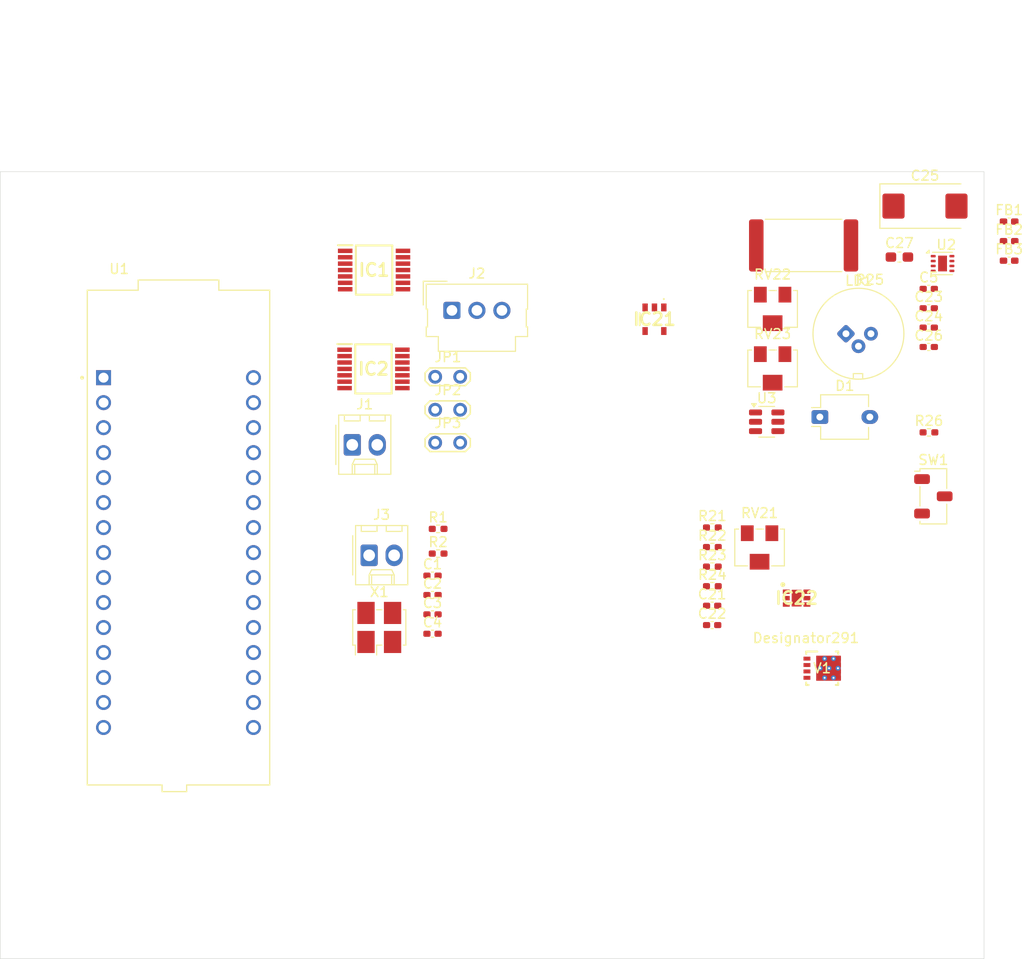
<source format=kicad_pcb>
(kicad_pcb (version 20240108) (generator "pcbnew") (generator_version "8.0")
  (layers (0 "F.Cu" signal) (31 "B.Cu" signal) (34 "B.Paste" user) (35 "F.Paste" user) (36 "B.SilkS" user "B.Silkscreen") (37 "F.SilkS" user "F.Silkscreen") (38 "B.Mask" user) (39 "F.Mask" user) (44 "Edge.Cuts" user))
  (net 0 "")
  (net 5 "GND")
  (net 6 "+5V_ext")
  (net 7 "+12V")
  (net 9 "+5V_nuc")
  (net 10 "/Power_Nucleo/12_nuc")
  (net 23 "3V3")
  (net 24 "Net-(IC1-VREG)")
  (net 25 "Net-(IC2-VREG)")
  (net 26 "/Power_Nucleo/TDC_enable")
  (net 27 "/Power_Nucleo/clk_tdc")
  (net 28 "/Power_Nucleo/int_ele")
  (net 29 "/Power_Nucleo/spi_cs_ele")
  (net 30 "Net-(IC1-STOP)")
  (net 31 "/Power_Nucleo/spi_mosi")
  (net 32 "/Power_Nucleo/spi_miso")
  (net 33 "/Power_Nucleo/start_ele")
  (net 34 "/Power_Nucleo/spi_clk")
  (net 35 "/Power_Nucleo/start_opt")
  (net 36 "Net-(IC2-STOP)")
  (net 37 "/Power_Nucleo/spi_cs_opt")
  (net 38 "/Power_Nucleo/int_opt")
  (net 39 "/Power_Nucleo/stop_ele")
  (net 40 "5V")
  (net 41 "/Power_Nucleo/~{LD_enable}")
  (net 42 "Net-(IC21-B)")
  (net 43 "/Optoelectronics/LD_Pulse")
  (net 44 "Net-(IC21-Y)")
  (net 45 "/Optoelectronics/~{LD_enable}")
  (net 46 "Net-(R21-Pad2)")
  (net 47 "Net-(R23-Pad2)")
  (net 48 "Net-(U2-FB)")
  (net 49 "Net-(D1-K)")
  (net 50 "5V_LN")
  (net 51 "GNDA")
  (net 52 "Net-(D1-A)")
  (net 53 "12V_LN")
  (net 54 "Net-(IC22-OUTL)")
  (net 55 "Net-(IC22-OUTH)")
  (net 56 "Net-(LD1-Pad1)")
  (net 58 "Net-(LD1-Pad2)")
  (net 59 "/Optoelectronics/stop_opt")
  (net 60 "Net-(U2-+)")
  (net 61 "Net-(U3--)")
  (net 62 "Net-(U3-+)")
  (footprint "Capacitor_SMD:C_0402_1005Metric_Pad0.74x0.62mm_HandSolder" (layer "F.Cu") (at 83.44 76.06)
    (property "Reference" "C1" (at 0 -1.16 0) (layer "F.SilkS"))
    (property "Value" "100n")
    (pad "1" smd roundrect (at -0.5675 0) (size 0.735 0.62) (layers "F.Cu" "F.Paste" "F.Mask") (net 23 "3V3"))
    (pad "2" smd roundrect (at 0.5675 0) (size 0.735 0.62) (layers "F.Cu" "F.Paste" "F.Mask") (net 5 "GND"))
  )
  (footprint "TestPoint:TestPoint_2Pads_Pitch2.54mm_Drill0.8mm" (layer "F.Cu") (at 83.713 55.85)
    (property "Reference" "JP1" (at 1.3 -2 0) (layer "F.SilkS"))
    (property "Value" "Jumper_2_Open")
    (pad "1" thru_hole circle (at 0 0) (size 1.4 1.4) (drill 0.8) (layers "*.Cu" "*.Mask") (net 9 "+5V_nuc"))
    (pad "2" thru_hole circle (at 2.54 0) (size 1.4 1.4) (drill 0.8) (layers "*.Cu" "*.Mask") (net 40 "5V"))
  )
  (footprint "Resistor_SMD:R_0402_1005Metric_Pad0.72x0.64mm_HandSolder" (layer "F.Cu") (at 111.885 71.17)
    (property "Reference" "R21" (at 0 -1.17 0) (layer "F.SilkS"))
    (property "Value" "510")
    (pad "1" smd roundrect (at -0.5975 0) (size 0.715 0.64) (layers "F.Cu" "F.Paste" "F.Mask") (net 42 "Net-(IC21-B)"))
    (pad "2" smd roundrect (at 0.5975 0) (size 0.715 0.64) (layers "F.Cu" "F.Paste" "F.Mask") (net 46 "Net-(R21-Pad2)"))
  )
  (footprint "NUCLEO_F042K6:MODULE_NUCLEO-F042K6" (layer "F.Cu") (at 57.62 72.196)
    (property "Reference" "U1" (at -6.0325 -27.305 0) (layer "F.SilkS"))
    (property "Value" "NUCLEO-F042K6")
    (pad "CN3_1" thru_hole rect (at -7.62 -16.256) (size 1.524 1.524) (drill 1.016) (layers "*.Cu" "*.Mask") (net 28 "/Power_Nucleo/int_ele"))
    (pad "CN3_2" thru_hole circle (at -7.62 -13.716) (size 1.524 1.524) (drill 1.016) (layers "*.Cu" "*.Mask") (net 38 "/Power_Nucleo/int_opt"))
    (pad "CN3_3" thru_hole circle (at -7.62 -11.176) (size 1.524 1.524) (drill 1.016) (layers "*.Cu" "*.Mask"))
    (pad "CN3_4" thru_hole circle (at -7.62 -8.636) (size 1.524 1.524) (drill 1.016) (layers "*.Cu" "*.Mask") (net 5 "GND"))
    (pad "CN3_5" thru_hole circle (at -7.62 -6.096) (size 1.524 1.524) (drill 1.016) (layers "*.Cu" "*.Mask"))
    (pad "CN3_6" thru_hole circle (at -7.62 -3.556) (size 1.524 1.524) (drill 1.016) (layers "*.Cu" "*.Mask") (net 35 "/Power_Nucleo/start_opt"))
    (pad "CN3_7" thru_hole circle (at -7.62 -1.016) (size 1.524 1.524) (drill 1.016) (layers "*.Cu" "*.Mask") (net 37 "/Power_Nucleo/spi_cs_opt"))
    (pad "CN3_8" thru_hole circle (at -7.62 1.524) (size 1.524 1.524) (drill 1.016) (layers "*.Cu" "*.Mask") (net 29 "/Power_Nucleo/spi_cs_ele"))
    (pad "CN3_9" thru_hole circle (at -7.62 4.064) (size 1.524 1.524) (drill 1.016) (layers "*.Cu" "*.Mask") (net 43 "/Optoelectronics/LD_Pulse"))
    (pad "CN3_10" thru_hole circle (at -7.62 6.604) (size 1.524 1.524) (drill 1.016) (layers "*.Cu" "*.Mask"))
    (pad "CN3_11" thru_hole circle (at -7.62 9.144) (size 1.524 1.524) (drill 1.016) (layers "*.Cu" "*.Mask"))
    (pad "CN3_12" thru_hole circle (at -7.62 11.684) (size 1.524 1.524) (drill 1.016) (layers "*.Cu" "*.Mask") (net 33 "/Power_Nucleo/start_ele"))
    (pad "CN3_13" thru_hole circle (at -7.62 14.224) (size 1.524 1.524) (drill 1.016) (layers "*.Cu" "*.Mask") (net 39 "/Power_Nucleo/stop_ele"))
    (pad "CN3_14" thru_hole circle (at -7.62 16.764) (size 1.524 1.524) (drill 1.016) (layers "*.Cu" "*.Mask") (net 31 "/Power_Nucleo/spi_mosi"))
    (pad "CN3_15" thru_hole circle (at -7.62 19.304) (size 1.524 1.524) (drill 1.016) (layers "*.Cu" "*.Mask") (net 32 "/Power_Nucleo/spi_miso"))
    (pad "CN4_1" thru_hole circle (at 7.62 -16.256) (size 1.524 1.524) (drill 1.016) (layers "*.Cu" "*.Mask") (net 10 "/Power_Nucleo/12_nuc"))
    (pad "CN4_2" thru_hole circle (at 7.62 -13.716) (size 1.524 1.524) (drill 1.016) (layers "*.Cu" "*.Mask") (net 5 "GND"))
    (pad "CN4_3" thru_hole circle (at 7.62 -11.176) (size 1.524 1.524) (drill 1.016) (layers "*.Cu" "*.Mask"))
    (pad "CN4_4" thru_hole circle (at 7.62 -8.636) (size 1.524 1.524) (drill 1.016) (layers "*.Cu" "*.Mask") (net 9 "+5V_nuc"))
    (pad "CN4_5" thru_hole circle (at 7.62 -6.096) (size 1.524 1.524) (drill 1.016) (layers "*.Cu" "*.Mask"))
    (pad "CN4_6" thru_hole circle (at 7.62 -3.556) (size 1.524 1.524) (drill 1.016) (layers "*.Cu" "*.Mask"))
    (pad "CN4_7" thru_hole circle (at 7.62 -1.016) (size 1.524 1.524) (drill 1.016) (layers "*.Cu" "*.Mask"))
    (pad "CN4_8" thru_hole circle (at 7.62 1.524) (size 1.524 1.524) (drill 1.016) (layers "*.Cu" "*.Mask"))
    (pad "CN4_9" thru_hole circle (at 7.62 4.064) (size 1.524 1.524) (drill 1.016) (layers "*.Cu" "*.Mask") (net 41 "/Power_Nucleo/~{LD_enable}"))
    (pad "CN4_10" thru_hole circle (at 7.62 6.604) (size 1.524 1.524) (drill 1.016) (layers "*.Cu" "*.Mask") (net 26 "/Power_Nucleo/TDC_enable"))
    (pad "CN4_11" thru_hole circle (at 7.62 9.144) (size 1.524 1.524) (drill 1.016) (layers "*.Cu" "*.Mask"))
    (pad "CN4_12" thru_hole circle (at 7.62 11.684) (size 1.524 1.524) (drill 1.016) (layers "*.Cu" "*.Mask"))
    (pad "CN4_13" thru_hole circle (at 7.62 14.224) (size 1.524 1.524) (drill 1.016) (layers "*.Cu" "*.Mask"))
    (pad "CN4_14" thru_hole circle (at 7.62 16.764) (size 1.524 1.524) (drill 1.016) (layers "*.Cu" "*.Mask") (net 23 "3V3"))
    (pad "CN4_15" thru_hole circle (at 7.62 19.304) (size 1.524 1.524) (drill 1.016) (layers "*.Cu" "*.Mask") (net 34 "/Power_Nucleo/spi_clk"))
  )
  (footprint "Capacitor_SMD:C_0603_1608Metric_Pad1.08x0.95mm_HandSolder" (layer "F.Cu") (at 130.9 43.68)
    (property "Reference" "C27" (at 0 -1.43 0) (layer "F.SilkS"))
    (property "Value" "2.2u")
    (pad "1" smd roundrect (at -0.8625 0) (size 1.075 0.95) (layers "F.Cu" "F.Paste" "F.Mask") (net 50 "5V_LN"))
    (pad "2" smd roundrect (at 0.8625 0) (size 1.075 0.95) (layers "F.Cu" "F.Paste" "F.Mask") (net 51 "GNDA"))
  )
  (footprint "Resistor_SMD:R_4020_10251Metric" (layer "F.Cu") (at 121.1625 42.5)
    (property "Reference" "R25" (at 6.735 3.485 0) (layer "F.SilkS"))
    (property "Value" "XXX")
    (pad "1" smd roundrect (at -4.8125 0) (size 1.475 5.3) (layers "F.Cu" "F.Paste" "F.Mask") (roundrect_rratio 0.169492) (net 40 "5V"))
    (pad "2" smd roundrect (at 4.8125 0) (size 1.475 5.3) (layers "F.Cu" "F.Paste" "F.Mask") (roundrect_rratio 0.169492) (net 56 "Net-(LD1-Pad1)"))
  )
  (footprint "Resistor_SMD:R_0402_1005Metric_Pad0.72x0.64mm_HandSolder" (layer "F.Cu") (at 133.9025 61.5)
    (property "Reference" "R26" (at 0 -1.17 0) (layer "F.SilkS"))
    (property "Value" "51k")
    (pad "1" smd roundrect (at -0.5975 0) (size 0.715 0.64) (layers "F.Cu" "F.Paste" "F.Mask") (net 49 "Net-(D1-K)"))
    (pad "2" smd roundrect (at 0.5975 0) (size 0.715 0.64) (layers "F.Cu" "F.Paste" "F.Mask") (net 48 "Net-(U2-FB)"))
  )
  (footprint "Capacitor_SMD:C_0402_1005Metric_Pad0.74x0.62mm_HandSolder" (layer "F.Cu") (at 133.8825 48.88)
    (property "Reference" "C23" (at 0 -1.16 0) (layer "F.SilkS"))
    (property "Value" "100n")
    (pad "1" smd roundrect (at -0.5675 0) (size 0.735 0.62) (layers "F.Cu" "F.Paste" "F.Mask") (net 40 "5V"))
    (pad "2" smd roundrect (at 0.5675 0) (size 0.735 0.62) (layers "F.Cu" "F.Paste" "F.Mask") (net 5 "GND"))
  )
  (footprint "Potentiometer_SMD:Potentiometer_Bourns_3224W_Vertical" (layer "F.Cu") (at 118.0125 55)
    (property "Reference" "RV23" (at 0 -3.5 0) (layer "F.SilkS"))
    (property "Value" "1k")
    (pad "1" smd rect (at 1.25 -1.45) (size 1.3 1.6) (layers "F.Cu" "F.Paste" "F.Mask") (net 50 "5V_LN"))
    (pad "2" smd rect (at 0 1.45) (size 2 1.6) (layers "F.Cu" "F.Paste" "F.Mask") (net 61 "Net-(U3--)"))
    (pad "3" smd rect (at -1.25 -1.45) (size 1.3 1.6) (layers "F.Cu" "F.Paste" "F.Mask") (net 51 "GNDA"))
  )
  (footprint "Package_SON:WSON-8-1EP_2x2mm_P0.5mm_EP0.9x1.6mm" (layer "F.Cu") (at 135.285 44.335)
    (property "Reference" "U2" (at 0.38 -1.9 0) (layer "F.SilkS"))
    (property "Value" "OPA858xDSG")
    (pad "1" smd roundrect (at -0.95 -0.75) (size 0.5 0.25) (layers "F.Cu" "F.Paste" "F.Mask") (net 48 "Net-(U2-FB)"))
    (pad "2" smd roundrect (at -0.95 -0.25) (size 0.5 0.25) (layers "F.Cu" "F.Paste" "F.Mask"))
    (pad "3" smd roundrect (at -0.95 0.25) (size 0.5 0.25) (layers "F.Cu" "F.Paste" "F.Mask") (net 49 "Net-(D1-K)"))
    (pad "4" smd roundrect (at -0.95 0.75) (size 0.5 0.25) (layers "F.Cu" "F.Paste" "F.Mask") (net 60 "Net-(U2-+)"))
    (pad "5" smd roundrect (at 0.95 0.75) (size 0.5 0.25) (layers "F.Cu" "F.Paste" "F.Mask") (net 51 "GNDA"))
    (pad "6" smd roundrect (at 0.95 0.25) (size 0.5 0.25) (layers "F.Cu" "F.Paste" "F.Mask") (net 62 "Net-(U3-+)"))
    (pad "7" smd roundrect (at 0.95 -0.25) (size 0.5 0.25) (layers "F.Cu" "F.Paste" "F.Mask") (net 50 "5V_LN"))
    (pad "8" smd roundrect (at 0.95 -0.75) (size 0.5 0.25) (layers "F.Cu" "F.Paste" "F.Mask") (net 50 "5V_LN"))
    (pad "9" smd rect (at 0 0) (size 0.9 1.6) (layers "F.Cu" "F.Mask") (net 51 "GNDA"))
  )
  (footprint "OptoDevice:Osram_DIL2_4.3x4.65mm_P5.08mm" (layer "F.Cu") (at 122.8125 59.94)
    (property "Reference" "D1" (at 2.54 -3.17 0) (layer "F.SilkS"))
    (property "Value" "BPW34")
    (pad "1" thru_hole roundrect (at 0 0) (size 1.7 1.4) (drill 0.7) (layers "*.Cu" "*.Mask") (roundrect_rratio 0.178) (net 49 "Net-(D1-K)"))
    (pad "2" thru_hole oval (at 5.08 0) (size 1.7 1.4) (drill 0.7) (layers "*.Cu" "*.Mask") (net 52 "Net-(D1-A)"))
  )
  (footprint "Inductor_SMD:L_0402_1005Metric_Pad0.77x0.64mm_HandSolder" (layer "F.Cu") (at 142.0525 44.05)
    (property "Reference" "FB3" (at 0 -1.17 0) (layer "F.SilkS"))
    (property "Value" "FerriteBead")
    (pad "1" smd roundrect (at -0.5725 0) (size 0.765 0.64) (layers "F.Cu" "F.Paste" "F.Mask") (net 5 "GND"))
    (pad "2" smd roundrect (at 0.5725 0) (size 0.765 0.64) (layers "F.Cu" "F.Paste" "F.Mask") (net 51 "GNDA"))
  )
  (footprint "Resistor_SMD:R_0402_1005Metric_Pad0.72x0.64mm_HandSolder" (layer "F.Cu") (at 84.01 71.31)
    (property "Reference" "R1" (at 0 -1.17 0) (layer "F.SilkS"))
    (property "Value" "20k")
    (pad "1" smd roundrect (at -0.5975 0) (size 0.715 0.64) (layers "F.Cu" "F.Paste" "F.Mask") (net 59 "/Optoelectronics/stop_opt"))
    (pad "2" smd roundrect (at 0.5975 0) (size 0.715 0.64) (layers "F.Cu" "F.Paste" "F.Mask") (net 36 "Net-(IC2-STOP)"))
  )
  (footprint "Package_TO_SOT_SMD:SOT-23-6" (layer "F.Cu") (at 117.4125 60.425)
    (property "Reference" "U3" (at 0 -2.4 0) (layer "F.SilkS"))
    (property "Value" "TLV3501AIDBV")
    (pad "1" smd roundrect (at -1.1375 -0.95) (size 1.325 0.6) (layers "F.Cu" "F.Paste" "F.Mask") (net 61 "Net-(U3--)"))
    (pad "2" smd roundrect (at -1.1375 0) (size 1.325 0.6) (layers "F.Cu" "F.Paste" "F.Mask") (net 51 "GNDA"))
    (pad "3" smd roundrect (at -1.1375 0.95) (size 1.325 0.6) (layers "F.Cu" "F.Paste" "F.Mask") (net 62 "Net-(U3-+)"))
    (pad "4" smd roundrect (at 1.1375 0.95) (size 1.325 0.6) (layers "F.Cu" "F.Paste" "F.Mask") (net 50 "5V_LN"))
    (pad "5" smd roundrect (at 1.1375 0) (size 1.325 0.6) (layers "F.Cu" "F.Paste" "F.Mask") (net 59 "/Optoelectronics/stop_opt"))
    (pad "6" smd roundrect (at 1.1375 -0.95) (size 1.325 0.6) (layers "F.Cu" "F.Paste" "F.Mask") (net 51 "GNDA"))
  )
  (footprint "Potentiometer_SMD:Potentiometer_Bourns_3224W_Vertical" (layer "F.Cu") (at 118.0125 48.95)
    (property "Reference" "RV22" (at 0 -3.5 0) (layer "F.SilkS"))
    (property "Value" "1k")
    (pad "1" smd rect (at 1.25 -1.45) (size 1.3 1.6) (layers "F.Cu" "F.Paste" "F.Mask") (net 50 "5V_LN"))
    (pad "2" smd rect (at 0 1.45) (size 2 1.6) (layers "F.Cu" "F.Paste" "F.Mask") (net 60 "Net-(U2-+)"))
    (pad "3" smd rect (at -1.25 -1.45) (size 1.3 1.6) (layers "F.Cu" "F.Paste" "F.Mask") (net 51 "GNDA"))
  )
  (footprint "Capacitor_SMD:C_0402_1005Metric_Pad0.74x0.62mm_HandSolder" (layer "F.Cu") (at 133.8825 50.85)
    (property "Reference" "C24" (at 0 -1.16 0) (layer "F.SilkS"))
    (property "Value" "100n")
    (pad "1" smd roundrect (at -0.5675 0) (size 0.735 0.62) (layers "F.Cu" "F.Paste" "F.Mask") (net 50 "5V_LN"))
    (pad "2" smd roundrect (at 0.5675 0) (size 0.735 0.62) (layers "F.Cu" "F.Paste" "F.Mask") (net 51 "GNDA"))
  )
  (footprint "Inductor_SMD:L_0402_1005Metric_Pad0.77x0.64mm_HandSolder" (layer "F.Cu") (at 142.0525 40.07)
    (property "Reference" "FB1" (at 0 -1.17 0) (layer "F.SilkS"))
    (property "Value" "FerriteBead")
    (pad "1" smd roundrect (at -0.5725 0) (size 0.765 0.64) (layers "F.Cu" "F.Paste" "F.Mask") (net 7 "+12V"))
    (pad "2" smd roundrect (at 0.5725 0) (size 0.765 0.64) (layers "F.Cu" "F.Paste" "F.Mask") (net 53 "12V_LN"))
  )
  (footprint "Capacitor_SMD:C_0402_1005Metric_Pad0.74x0.62mm_HandSolder" (layer "F.Cu") (at 133.8825 52.82)
    (property "Reference" "C26" (at 0 -1.16 0) (layer "F.SilkS"))
    (property "Value" "100n")
    (pad "1" smd roundrect (at -0.5675 0) (size 0.735 0.62) (layers "F.Cu" "F.Paste" "F.Mask") (net 50 "5V_LN"))
    (pad "2" smd roundrect (at 0.5675 0) (size 0.735 0.62) (layers "F.Cu" "F.Paste" "F.Mask") (net 51 "GNDA"))
  )
  (footprint "LMG1025:SON65P200X200X80-7N" (layer "F.Cu") (at 120.45 78.35)
    (property "Reference" "IC22" (at 0 0 0) (layer "F.SilkS") (effects (font (size 1.27 1.27) (thickness 0.254))))
    (property "Value" "LMG1025QDEETQ1" (hide yes))
    (pad "1" smd rect (at -1.05 -0.65 90) (size 0.45 0.7) (layers "F.Cu" "F.Paste" "F.Mask") (net 44 "Net-(IC21-Y)"))
    (pad "2" smd rect (at -1.05 0 90) (size 0.45 0.7) (layers "F.Cu" "F.Paste" "F.Mask") (net 5 "GND"))
    (pad "3" smd rect (at -1.05 0.65 90) (size 0.45 0.7) (layers "F.Cu" "F.Paste" "F.Mask") (net 40 "5V"))
    (pad "4" smd rect (at 1.05 0.65 90) (size 0.45 0.7) (layers "F.Cu" "F.Paste" "F.Mask") (net 55 "Net-(IC22-OUTH)"))
    (pad "5" smd rect (at 1.05 0 90) (size 0.45 0.7) (layers "F.Cu" "F.Paste" "F.Mask") (net 54 "Net-(IC22-OUTL)"))
    (pad "6" smd rect (at 1.05 -0.65 90) (size 0.45 0.7) (layers "F.Cu" "F.Paste" "F.Mask") (net 45 "/Optoelectronics/~{LD_enable}"))
    (pad "7" smd rect (at 0 0) (size 1 1.7) (layers "F.Cu" "F.Paste" "F.Mask") (net 5 "GND"))
  )
  (footprint "Capacitor_SMD:C_0402_1005Metric_Pad0.74x0.62mm_HandSolder" (layer "F.Cu") (at 111.865 79.12)
    (property "Reference" "C21" (at 0 -1.16 0) (layer "F.SilkS"))
    (property "Value" "1p")
    (pad "1" smd roundrect (at -0.5675 0) (size 0.735 0.62) (layers "F.Cu" "F.Paste" "F.Mask") (net 43 "/Optoelectronics/LD_Pulse"))
    (pad "2" smd roundrect (at 0.5675 0) (size 0.735 0.62) (layers "F.Cu" "F.Paste" "F.Mask") (net 42 "Net-(IC21-B)"))
  )
  (footprint "Oscillator:Oscillator_SMD_SeikoEpson_SG8002LB-4Pin_5.0x3.2mm_HandSoldering" (layer "F.Cu") (at 78.03 81.33)
    (property "Reference" "X1" (at 0 -3.6 0) (layer "F.SilkS"))
    (property "Value" "SG-5032CAN")
    (pad "1" smd rect (at -1.35 1.475) (size 1.76 2.25) (layers "F.Cu" "F.Paste" "F.Mask") (net 23 "3V3"))
    (pad "2" smd rect (at 1.35 1.475) (size 1.76 2.25) (layers "F.Cu" "F.Paste" "F.Mask") (net 5 "GND"))
    (pad "3" smd rect (at 1.35 -1.475) (size 1.76 2.25) (layers "F.Cu" "F.Paste" "F.Mask") (net 27 "/Power_Nucleo/clk_tdc"))
    (pad "4" smd rect (at -1.35 -1.475) (size 1.76 2.25) (layers "F.Cu" "F.Paste" "F.Mask") (net 23 "3V3"))
  )
  (footprint "74LVC1G08QW5-7:74LVC1G08QW57" (layer "F.Cu") (at 106 50)
    (property "Reference" "IC21" (at 0 0 0) (layer "F.SilkS") (effects (font (size 1.27 1.27) (thickness 0.254))))
    (property "Value" "74LVC1G08QW5-7" (hide yes))
    (pad "1" smd rect (at 0.95 -1.2) (size 0.55 0.8) (layers "F.Cu" "F.Paste" "F.Mask") (net 43 "/Optoelectronics/LD_Pulse"))
    (pad "2" smd rect (at 0 -1.2) (size 0.55 0.8) (layers "F.Cu" "F.Paste" "F.Mask") (net 42 "Net-(IC21-B)"))
    (pad "3" smd rect (at -0.95 -1.2) (size 0.55 0.8) (layers "F.Cu" "F.Paste" "F.Mask") (net 5 "GND"))
    (pad "4" smd rect (at -0.95 1.2) (size 0.55 0.8) (layers "F.Cu" "F.Paste" "F.Mask") (net 44 "Net-(IC21-Y)"))
    (pad "5" smd rect (at 0.95 1.2) (size 0.55 0.8) (layers "F.Cu" "F.Paste" "F.Mask") (net 23 "3V3"))
  )
  (footprint "Capacitor_SMD:C_0402_1005Metric_Pad0.74x0.62mm_HandSolder" (layer "F.Cu") (at 83.44 78.03)
    (property "Reference" "C2" (at 0 -1.16 0) (layer "F.SilkS"))
    (property "Value" "1u")
    (pad "1" smd roundrect (at -0.5675 0) (size 0.735 0.62) (layers "F.Cu" "F.Paste" "F.Mask") (net 24 "Net-(IC1-VREG)"))
    (pad "2" smd roundrect (at 0.5675 0) (size 0.735 0.62) (layers "F.Cu" "F.Paste" "F.Mask") (net 5 "GND"))
  )
  (footprint "Capacitor_SMD:C_0402_1005Metric_Pad0.74x0.62mm_HandSolder" (layer "F.Cu") (at 111.865 81.09)
    (property "Reference" "C22" (at 0 -1.16 0) (layer "F.SilkS"))
    (property "Value" "100n")
    (pad "1" smd roundrect (at -0.5675 0) (size 0.735 0.62) (layers "F.Cu" "F.Paste" "F.Mask") (net 23 "3V3"))
    (pad "2" smd roundrect (at 0.5675 0) (size 0.735 0.62) (layers "F.Cu" "F.Paste" "F.Mask") (net 5 "GND"))
  )
  (footprint "Resistor_SMD:R_0402_1005Metric_Pad0.72x0.64mm_HandSolder" (layer "F.Cu") (at 111.885 75.15)
    (property "Reference" "R23" (at 0 -1.17 0) (layer "F.SilkS"))
    (property "Value" "2")
    (pad "1" smd roundrect (at -0.5975 0) (size 0.715 0.64) (layers "F.Cu" "F.Paste" "F.Mask") (net 55 "Net-(IC22-OUTH)"))
    (pad "2" smd roundrect (at 0.5975 0) (size 0.715 0.64) (layers "F.Cu" "F.Paste" "F.Mask") (net 47 "Net-(R23-Pad2)"))
  )
  (footprint "Capacitor_Tantalum_SMD:CP_EIA-7343-43_Kemet-X_Pad2.25x2.55mm_HandSolder" (layer "F.Cu") (at 133.5 38.5)
    (property "Reference" "C25" (at 0 -3.1 0) (layer "F.SilkS"))
    (property "Value" "6.8u")
    (pad "1" smd roundrect (at -3.2 0) (size 2.25 2.55) (layers "F.Cu" "F.Paste" "F.Mask") (roundrect_rratio 0.111111) (net 50 "5V_LN"))
    (pad "2" smd roundrect (at 3.2 0) (size 2.25 2.55) (layers "F.Cu" "F.Paste" "F.Mask") (roundrect_rratio 0.111111) (net 51 "GNDA"))
  )
  (footprint "TDC7200:SOP65P640X120-14N" (layer "F.Cu") (at 77.438 55.05)
    (property "Reference" "IC2" (at 0 0 0) (layer "F.SilkS") (effects (font (size 1.27 1.27) (thickness 0.254))))
    (property "Value" "TDC7200PWR" (hide yes))
    (pad "1" smd rect (at -2.938 -1.95 90) (size 0.45 1.475) (layers "F.Cu" "F.Paste" "F.Mask") (net 26 "/Power_Nucleo/TDC_enable"))
    (pad "2" smd rect (at -2.938 -1.3 90) (size 0.45 1.475) (layers "F.Cu" "F.Paste" "F.Mask"))
    (pad "3" smd rect (at -2.938 -0.65 90) (size 0.45 1.475) (layers "F.Cu" "F.Paste" "F.Mask") (net 35 "/Power_Nucleo/start_opt"))
    (pad "4" smd rect (at -2.938 0 90) (size 0.45 1.475) (layers "F.Cu" "F.Paste" "F.Mask") (net 36 "Net-(IC2-STOP)"))
    (pad "5" smd rect (at -2.938 0.65 90) (size 0.45 1.475) (layers "F.Cu" "F.Paste" "F.Mask") (net 27 "/Power_Nucleo/clk_tdc"))
    (pad "6" smd rect (at -2.938 1.3 90) (size 0.45 1.475) (layers "F.Cu" "F.Paste" "F.Mask"))
    (pad "7" smd rect (at -2.938 1.95 90) (size 0.45 1.475) (layers "F.Cu" "F.Paste" "F.Mask") (net 5 "GND"))
    (pad "8" smd rect (at 2.938 1.95 90) (size 0.45 1.475) (layers "F.Cu" "F.Paste" "F.Mask") (net 38 "/Power_Nucleo/int_opt"))
    (pad "9" smd rect (at 2.938 1.3 90) (size 0.45 1.475) (layers "F.Cu" "F.Paste" "F.Mask") (net 32 "/Power_Nucleo/spi_miso"))
    (pad "10" smd rect (at 2.938 0.65 90) (size 0.45 1.475) (layers "F.Cu" "F.Paste" "F.Mask") (net 31 "/Power_Nucleo/spi_mosi"))
    (pad "11" smd rect (at 2.938 0 90) (size 0.45 1.475) (layers "F.Cu" "F.Paste" "F.Mask") (net 37 "/Power_Nucleo/spi_cs_opt"))
    (pad "12" smd rect (at 2.938 -0.65 90) (size 0.45 1.475) (layers "F.Cu" "F.Paste" "F.Mask") (net 34 "/Power_Nucleo/spi_clk"))
    (pad "13" smd rect (at 2.938 -1.3 90) (size 0.45 1.475) (layers "F.Cu" "F.Paste" "F.Mask") (net 25 "Net-(IC2-VREG)"))
    (pad "14" smd rect (at 2.938 -1.95 90) (size 0.45 1.475) (layers "F.Cu" "F.Paste" "F.Mask") (net 23 "3V3"))
  )
  (footprint "Connector_Molex:Molex_KK-254_AE-6410-02A_1x02_P2.54mm_Vertical" (layer "F.Cu") (at 75.283 62.77)
    (property "Reference" "J1" (at 1.27 -4.12 0) (layer "F.SilkS"))
    (property "Value" "Conn_01x02_Pin")
    (pad "1" thru_hole roundrect (at 0 0) (size 1.74 2.19) (drill 1.19) (layers "*.Cu" "*.Mask") (roundrect_rratio 0.143678) (net 6 "+5V_ext"))
    (pad "2" thru_hole oval (at 2.54 0) (size 1.74 2.19) (drill 1.19) (layers "*.Cu" "*.Mask") (net 5 "GND"))
  )
  (footprint "Resistor_SMD:R_0402_1005Metric_Pad0.72x0.64mm_HandSolder" (layer "F.Cu") (at 111.885 77.14)
    (property "Reference" "R24" (at 0 -1.17 0) (layer "F.SilkS"))
    (property "Value" "2")
    (pad "1" smd roundrect (at -0.5975 0) (size 0.715 0.64) (layers "F.Cu" "F.Paste" "F.Mask") (net 54 "Net-(IC22-OUTL)"))
    (pad "2" smd roundrect (at 0.5975 0) (size 0.715 0.64) (layers "F.Cu" "F.Paste" "F.Mask") (net 47 "Net-(R23-Pad2)"))
  )
  (footprint "Connector_Molex:Molex_KK-254_AE-6410-02A_1x02_P2.54mm_Vertical" (layer "F.Cu") (at 77 74)
    (property "Reference" "J3" (at 1.27 -4.12 0) (layer "F.SilkS"))
    (property "Value" "Conn_01x02_Pin")
    (pad "1" thru_hole roundrect (at 0 0) (size 1.74 2.19) (drill 1.19) (layers "*.Cu" "*.Mask") (roundrect_rratio 0.143678) (net 30 "Net-(IC1-STOP)"))
    (pad "2" thru_hole oval (at 2.54 0) (size 1.74 2.19) (drill 1.19) (layers "*.Cu" "*.Mask") (net 39 "/Power_Nucleo/stop_ele"))
  )
  (footprint "Resistor_SMD:R_0402_1005Metric_Pad0.72x0.64mm_HandSolder" (layer "F.Cu") (at 111.885 73.16)
    (property "Reference" "R22" (at 0 -1.17 0) (layer "F.SilkS"))
    (property "Value" "0")
    (pad "1" smd roundrect (at -0.5975 0) (size 0.715 0.64) (layers "F.Cu" "F.Paste" "F.Mask") (net 54 "Net-(IC22-OUTL)"))
    (pad "2" smd roundrect (at 0.5975 0) (size 0.715 0.64) (layers "F.Cu" "F.Paste" "F.Mask") (net 55 "Net-(IC22-OUTH)"))
  )
  (footprint "Capacitor_SMD:C_0402_1005Metric_Pad0.74x0.62mm_HandSolder" (layer "F.Cu") (at 83.44 80)
    (property "Reference" "C3" (at 0 -1.16 0) (layer "F.SilkS"))
    (property "Value" "1u")
    (pad "1" smd roundrect (at -0.5675 0) (size 0.735 0.62) (layers "F.Cu" "F.Paste" "F.Mask") (net 25 "Net-(IC2-VREG)"))
    (pad "2" smd roundrect (at 0.5675 0) (size 0.735 0.62) (layers "F.Cu" "F.Paste" "F.Mask") (net 5 "GND"))
  )
  (footprint "Inductor_SMD:L_0402_1005Metric_Pad0.77x0.64mm_HandSolder" (layer "F.Cu") (at 142.0525 42.06)
    (property "Reference" "FB2" (at 0 -1.17 0) (layer "F.SilkS"))
    (property "Value" "FerriteBead")
    (pad "1" smd roundrect (at -0.5725 0) (size 0.765 0.64) (layers "F.Cu" "F.Paste" "F.Mask") (net 40 "5V"))
    (pad "2" smd roundrect (at 0.5725 0) (size 0.765 0.64) (layers "F.Cu" "F.Paste" "F.Mask") (net 50 "5V_LN"))
  )
  (footprint "Connector_Molex:Molex_SL_171971-0003_1x03_P2.54mm_Vertical" (layer "F.Cu") (at 85.413 49.1)
    (property "Reference" "J2" (at 2.54 -3.75 0) (layer "F.SilkS"))
    (property "Value" "Conn_01x03_Pin")
    (pad "1" thru_hole roundrect (at 0 0) (size 1.74 1.74) (drill 1.09) (layers "*.Cu" "*.Mask") (roundrect_rratio 0.143678) (net 7 "+12V"))
    (pad "2" thru_hole circle (at 2.54 0) (size 1.74 1.74) (drill 1.09) (layers "*.Cu" "*.Mask"))
    (pad "3" thru_hole circle (at 5.08 0) (size 1.74 1.74) (drill 1.09) (layers "*.Cu" "*.Mask") (net 5 "GND"))
  )
  (footprint "Resistor_SMD:R_0402_1005Metric_Pad0.72x0.64mm_HandSolder" (layer "F.Cu") (at 84.01 73.82)
    (property "Reference" "R2" (at 0 -1.17 0) (layer "F.SilkS"))
    (property "Value" "39k")
    (pad "1" smd roundrect (at -0.5975 0) (size 0.715 0.64) (layers "F.Cu" "F.Paste" "F.Mask") (net 36 "Net-(IC2-STOP)"))
    (pad "2" smd roundrect (at 0.5975 0) (size 0.715 0.64) (layers "F.Cu" "F.Paste" "F.Mask") (net 5 "GND"))
  )
  (footprint "Capacitor_SMD:C_0402_1005Metric_Pad0.74x0.62mm_HandSolder" (layer "F.Cu") (at 83.44 81.97)
    (property "Reference" "C4" (at 0 -1.16 0) (layer "F.SilkS"))
    (property "Value" "100n")
    (pad "1" smd roundrect (at -0.5675 0) (size 0.735 0.62) (layers "F.Cu" "F.Paste" "F.Mask") (net 23 "3V3"))
    (pad "2" smd roundrect (at 0.5675 0) (size 0.735 0.62) (layers "F.Cu" "F.Paste" "F.Mask") (net 5 "GND"))
  )
  (footprint "TDC7200:SOP65P640X120-14N" (layer "F.Cu") (at 77.5 45)
    (property "Reference" "IC1" (at 0 0 0) (layer "F.SilkS") (effects (font (size 1.27 1.27) (thickness 0.254))))
    (property "Value" "TDC7200PWR" (hide yes))
    (pad "1" smd rect (at -2.938 -1.95 90) (size 0.45 1.475) (layers "F.Cu" "F.Paste" "F.Mask") (net 26 "/Power_Nucleo/TDC_enable"))
    (pad "2" smd rect (at -2.938 -1.3 90) (size 0.45 1.475) (layers "F.Cu" "F.Paste" "F.Mask"))
    (pad "3" smd rect (at -2.938 -0.65 90) (size 0.45 1.475) (layers "F.Cu" "F.Paste" "F.Mask") (net 33 "/Power_Nucleo/start_ele"))
    (pad "4" smd rect (at -2.938 0 90) (size 0.45 1.475) (layers "F.Cu" "F.Paste" "F.Mask") (net 30 "Net-(IC1-STOP)"))
    (pad "5" smd rect (at -2.938 0.65 90) (size 0.45 1.475) (layers "F.Cu" "F.Paste" "F.Mask") (net 27 "/Power_Nucleo/clk_tdc"))
    (pad "6" smd rect (at -2.938 1.3 90) (size 0.45 1.475) (layers "F.Cu" "F.Paste" "F.Mask"))
    (pad "7" smd rect (at -2.938 1.95 90) (size 0.45 1.475) (layers "F.Cu" "F.Paste" "F.Mask") (net 5 "GND"))
    (pad "8" smd rect (at 2.938 1.95 90) (size 0.45 1.475) (layers "F.Cu" "F.Paste" "F.Mask") (net 28 "/Power_Nucleo/int_ele"))
    (pad "9" smd rect (at 2.938 1.3 90) (size 0.45 1.475) (layers "F.Cu" "F.Paste" "F.Mask") (net 32 "/Power_Nucleo/spi_miso"))
    (pad "10" smd rect (at 2.938 0.65 90) (size 0.45 1.475) (layers "F.Cu" "F.Paste" "F.Mask") (net 31 "/Power_Nucleo/spi_mosi"))
    (pad "11" smd rect (at 2.938 0 90) (size 0.45 1.475) (layers "F.Cu" "F.Paste" "F.Mask") (net 29 "/Power_Nucleo/spi_cs_ele"))
    (pad "12" smd rect (at 2.938 -0.65 90) (size 0.45 1.475) (layers "F.Cu" "F.Paste" "F.Mask") (net 34 "/Power_Nucleo/spi_clk"))
    (pad "13" smd rect (at 2.938 -1.3 90) (size 0.45 1.475) (layers "F.Cu" "F.Paste" "F.Mask") (net 24 "Net-(IC1-VREG)"))
    (pad "14" smd rect (at 2.938 -1.95 90) (size 0.45 1.475) (layers "F.Cu" "F.Paste" "F.Mask") (net 23 "3V3"))
  )
  (footprint "Capacitor_SMD:C_0402_1005Metric_Pad0.74x0.62mm_HandSolder" (layer "F.Cu") (at 133.8825 46.91)
    (property "Reference" "C5" (at 0 -1.16 0) (layer "F.SilkS"))
    (property "Value" "1p")
    (pad "1" smd roundrect (at -0.5675 0) (size 0.735 0.62) (layers "F.Cu" "F.Paste" "F.Mask") (net 49 "Net-(D1-K)"))
    (pad "2" smd roundrect (at 0.5675 0) (size 0.735 0.62) (layers "F.Cu" "F.Paste" "F.Mask") (net 48 "Net-(U2-FB)"))
  )
  (footprint "OptoDevice:LaserDiode_TO5-D9-3" (layer "F.Cu") (at 125.466094 51.473594)
    (property "Reference" "LD1" (at 1.3 -5.4 0) (layer "F.SilkS"))
    (property "Value" "D_Laser_Photo_MType")
    (pad "1" thru_hole roundrect (at 0 0 45) (size 1.4 1.4) (drill 0.7) (layers "*.Cu" "*.Mask") (roundrect_rratio 0.178) (net 56 "Net-(LD1-Pad1)"))
    (pad "2" thru_hole circle (at 1.27 1.27) (size 1.4 1.4) (drill 0.7) (layers "*.Cu" "*.Mask") (net 58 "Net-(LD1-Pad2)"))
    (pad "3" thru_hole circle (at 2.54 0) (size 1.4 1.4) (drill 0.7) (layers "*.Cu" "*.Mask"))
  )
  (footprint "Button_Switch_SMD:Nidec_Copal_CAS-120A" (layer "F.Cu") (at 134.35 68)
    (property "Reference" "SW1" (at 0 -3.7 0) (layer "F.SilkS"))
    (property "Value" "SW_Nidec_CAS-120A1")
    (pad "1" smd roundrect (at -1.15 -1.75 270) (size 1 1.6) (layers "F.Cu" "F.Paste" "F.Mask") (net 53 "12V_LN"))
    (pad "2" smd roundrect (at 1.15 0 270) (size 1 1.6) (layers "F.Cu" "F.Paste" "F.Mask") (net 52 "Net-(D1-A)"))
    (pad "3" smd roundrect (at -1.15 1.75 270) (size 1 1.6) (layers "F.Cu" "F.Paste" "F.Mask") (net 50 "5V_LN"))
  )
  (footprint "TestPoint:TestPoint_2Pads_Pitch2.54mm_Drill0.8mm" (layer "F.Cu") (at 83.713 59.2)
    (property "Reference" "JP2" (at 1.3 -2 0) (layer "F.SilkS"))
    (property "Value" "Jumper_2_Open")
    (pad "1" thru_hole circle (at 0 0) (size 1.4 1.4) (drill 0.8) (layers "*.Cu" "*.Mask") (net 6 "+5V_ext"))
    (pad "2" thru_hole circle (at 2.54 0) (size 1.4 1.4) (drill 0.8) (layers "*.Cu" "*.Mask") (net 40 "5V"))
  )
  (footprint "CSD17578Q3A:DNH0008A" (layer "F.Cu") (at 123.049999 85.475002)
    (property "Reference" "V1" (at 0 0 0) (layer "F.SilkS"))
    (property "Value" "CSD17578Q3A")
    (fp_text user "Designator291" (at -1.651 -3.0734 0) (layer "F.SilkS"))
    (pad "1" smd rect (at -1.549999 -0.975002 90) (size 0.399999 0.700001) (layers "F.Cu" "F.Paste" "F.Mask") (net 5 "GND"))
    (pad "2" smd rect (at -1.549999 -0.325001 90) (size 0.399999 0.700001) (layers "F.Cu" "F.Paste" "F.Mask") (net 5 "GND"))
    (pad "3" smd rect (at -1.549999 0.324998 90) (size 0.399999 0.700001) (layers "F.Cu" "F.Paste" "F.Mask") (net 5 "GND"))
    (pad "4" smd rect (at -1.549999 0.974999 90) (size 0.399999 0.700001) (layers "F.Cu" "F.Paste" "F.Mask") (net 47 "Net-(R23-Pad2)"))
    (pad "5" smd rect (at 1.549999 0.974999 90) (size 0.399999 0.700001) (layers "F.Cu" "F.Paste" "F.Mask") (net 58 "Net-(LD1-Pad2)"))
    (pad "6" smd rect (at 1.549999 0.325001 90) (size 0.399999 0.700001) (layers "F.Cu" "F.Paste" "F.Mask") (net 58 "Net-(LD1-Pad2)"))
    (pad "7" smd rect (at 1.549999 -0.325001 90) (size 0.399999 0.700001) (layers "F.Cu" "F.Paste" "F.Mask") (net 58 "Net-(LD1-Pad2)"))
    (pad "8" smd rect (at 1.549999 -0.974999 90) (size 0.399999 0.700001) (layers "F.Cu" "F.Paste" "F.Mask") (net 58 "Net-(LD1-Pad2)"))
    (pad "9" smd rect (at 0.645 0) (size 2.51 2.55) (layers "F.Cu"))
    (pad "V" thru_hole circle (at -0.2075 0) (size 0.499999 0.499999) (drill 0.2032) (layers "*.Cu" "*.Mask"))
    (pad "V" thru_hole circle (at 0.245001 -0.974999) (size 0.499999 0.499999) (drill 0.2032) (layers "*.Cu" "*.Mask"))
    (pad "V" thru_hole circle (at 0.245001 0.974999) (size 0.499999 0.499999) (drill 0.2032) (layers "*.Cu" "*.Mask"))
    (pad "V" thru_hole circle (at 0.697499 0) (size 0.499999 0.499999) (drill 0.2032) (layers "*.Cu" "*.Mask"))
    (pad "V" thru_hole circle (at 1.15 -0.974999) (size 0.499999 0.499999) (drill 0.2032) (layers "*.Cu" "*.Mask"))
    (pad "V" thru_hole circle (at 1.15 0.974999) (size 0.499999 0.499999) (drill 0.2032) (layers "*.Cu" "*.Mask"))
    (pad "V" thru_hole circle (at 1.602499 0) (size 0.499999 0.499999) (drill 0.2032) (layers "*.Cu" "*.Mask"))
  )
  (footprint "TestPoint:TestPoint_2Pads_Pitch2.54mm_Drill0.8mm" (layer "F.Cu") (at 83.713 62.55)
    (property "Reference" "JP3" (at 1.3 -2 0) (layer "F.SilkS"))
    (property "Value" "12Vin select")
    (pad "1" thru_hole circle (at 0 0) (size 1.4 1.4) (drill 0.8) (layers "*.Cu" "*.Mask") (net 10 "/Power_Nucleo/12_nuc"))
    (pad "2" thru_hole circle (at 2.54 0) (size 1.4 1.4) (drill 0.8) (layers "*.Cu" "*.Mask") (net 7 "+12V"))
  )
  (footprint "Potentiometer_SMD:Potentiometer_Bourns_3224W_Vertical" (layer "F.Cu") (at 116.685 73.2)
    (property "Reference" "RV21" (at 0 -3.5 0) (layer "F.SilkS"))
    (property "Value" "100k")
    (pad "1" smd rect (at 1.25 -1.45) (size 1.3 1.6) (layers "F.Cu" "F.Paste" "F.Mask") (net 46 "Net-(R21-Pad2)"))
    (pad "2" smd rect (at 0 1.45) (size 2 1.6) (layers "F.Cu" "F.Paste" "F.Mask") (net 5 "GND"))
    (pad "3" smd rect (at -1.25 -1.45) (size 1.3 1.6) (layers "F.Cu" "F.Paste" "F.Mask") (net 5 "GND"))
  )
  (gr_rect (start 39.5 35) (end 139.5 115) (stroke (width 0.05)) (fill none) (layer "Edge.Cuts"))
)
</source>
